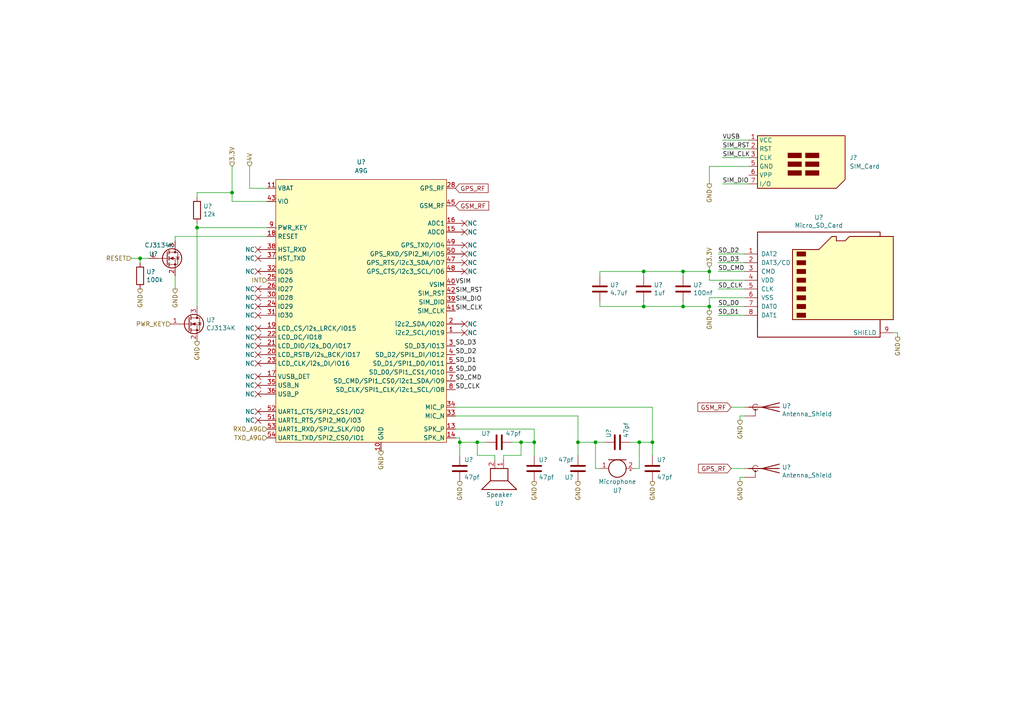
<source format=kicad_sch>
(kicad_sch (version 20211123) (generator eeschema)
  (paper "A4")
  (lib_symbols
    (symbol "B.B-rescue:NC-B.B-eagle-import-B.B-rescue" (pin_names (offset 1.016))
      (symbol "NC-B.B-eagle-import-B.B-rescue_1_0"
        (polyline (pts (xy 1.778 0.889) (xy 2.667 0)))
        (polyline (pts (xy 2.667 0) (xy 1.778 -0.889)))
        (polyline (pts (xy 2.667 0) (xy 3.556 0.889)))
        (polyline (pts (xy 3.556 -0.889) (xy 2.667 0)))
        (pin bidirectional line (at 0 0 0) (length 2.54) (name "NC") (number "1"))
      )
    )
    (symbol "Connector:Micro_SD_Card" (pin_names (offset 1.016))
      (property "Reference" "J" (at -16.51 15.24 0))
      (property "Value" "Micro_SD_Card" (at 16.51 15.24 0))
      (symbol "Micro_SD_Card_0_1"
        (rectangle (start -7.62 -9.525) (end -5.08 -10.795) (fill (type outline)))
        (rectangle (start -7.62 -6.985) (end -5.08 -8.255) (fill (type outline)))
        (rectangle (start -7.62 -4.445) (end -5.08 -5.715) (fill (type outline)))
        (rectangle (start -7.62 -1.905) (end -5.08 -3.175) (fill (type outline)))
        (rectangle (start -7.62 0.635) (end -5.08 -0.635) (fill (type outline)))
        (rectangle (start -7.62 3.175) (end -5.08 1.905) (fill (type outline)))
        (rectangle (start -7.62 5.715) (end -5.08 4.445) (fill (type outline)))
        (rectangle (start -7.62 8.255) (end -5.08 6.985) (fill (type outline)))
        (polyline (pts (xy 16.51 12.7) (xy 16.51 13.97) (xy -19.05 13.97) (xy -19.05 -16.51) (xy 16.51 -16.51) (xy 16.51 -11.43)) (stroke (width 0.254)))
        (polyline (pts (xy -8.89 -11.43) (xy -8.89 8.89) (xy -1.27 8.89) (xy 2.54 12.7) (xy 3.81 12.7) (xy 3.81 11.43) (xy 6.35 11.43) (xy 7.62 12.7) (xy 20.32 12.7) (xy 20.32 -11.43) (xy -8.89 -11.43)) (stroke (width 0.254)) (fill (type background)))
      )
      (symbol "Micro_SD_Card_1_1"
        (pin bidirectional line (at -22.86 7.62 0) (length 3.81) (name "DAT2") (number "1"))
        (pin bidirectional line (at -22.86 5.08 0) (length 3.81) (name "DAT3/CD") (number "2"))
        (pin input line (at -22.86 2.54 0) (length 3.81) (name "CMD") (number "3"))
        (pin power_in line (at -22.86 0 0) (length 3.81) (name "VDD") (number "4"))
        (pin input line (at -22.86 -2.54 0) (length 3.81) (name "CLK") (number "5"))
        (pin power_in line (at -22.86 -5.08 0) (length 3.81) (name "VSS") (number "6"))
        (pin bidirectional line (at -22.86 -7.62 0) (length 3.81) (name "DAT0") (number "7"))
        (pin bidirectional line (at -22.86 -10.16 0) (length 3.81) (name "DAT1") (number "8"))
        (pin passive line (at 20.32 -15.24 180) (length 3.81) (name "SHIELD") (number "9"))
      )
    )
    (symbol "Connector:SIM_Card"
      (property "Reference" "J" (at -2.54 12.7 0))
      (property "Value" "SIM_Card" (at -1.27 10.16 0))
      (symbol "SIM_Card_0_1"
        (rectangle (start -1.27 -2.54) (end 2.54 -1.27) (stroke (width 0.254)) (fill (type outline)))
        (rectangle (start -1.27 0) (end 2.54 1.27) (stroke (width 0.254)) (fill (type outline)))
        (rectangle (start -1.27 2.54) (end 2.54 3.81) (stroke (width 0.254)) (fill (type outline)))
        (polyline (pts (xy -10.16 8.89) (xy 15.24 8.89) (xy 15.24 -3.81) (xy 12.7 -6.35) (xy -10.16 -6.35) (xy -10.16 8.89)) (stroke (width 0.254)) (fill (type background)))
        (rectangle (start 3.81 -1.27) (end 7.62 -2.54) (stroke (width 0.254)) (fill (type outline)))
        (rectangle (start 3.81 0) (end 7.62 1.27) (stroke (width 0.254)) (fill (type outline)))
        (rectangle (start 3.81 2.54) (end 7.62 3.81) (stroke (width 0.254)) (fill (type outline)))
      )
      (symbol "SIM_Card_1_1"
        (pin power_in line (at -12.7 7.62 0) (length 2.54) (name "VCC") (number "1"))
        (pin input line (at -12.7 5.08 0) (length 2.54) (name "RST") (number "2"))
        (pin input line (at -12.7 2.54 0) (length 2.54) (name "CLK") (number "3"))
        (pin power_in line (at -12.7 0 0) (length 2.54) (name "GND") (number "5"))
        (pin input line (at -12.7 -2.54 0) (length 2.54) (name "VPP") (number "6"))
        (pin bidirectional line (at -12.7 -5.08 0) (length 2.54) (name "I/O") (number "7"))
      )
    )
    (symbol "Device:Antenna_Shield" (pin_numbers hide) (pin_names (offset 1.016) hide)
      (property "Reference" "AE" (at -1.905 4.445 0))
      (property "Value" "Antenna_Shield" (at -1.905 2.54 0))
      (symbol "Antenna_Shield_0_1"
        (arc (start -0.508 -1.143) (mid -0.8429 -2.1194) (end 0 -2.667))
        (arc (start 0 -2.667) (mid 0.7989 -2.1052) (end 0.508 -1.143))
        (polyline (pts (xy 0 -2.54) (xy 0 0)))
        (polyline (pts (xy 0 5.08) (xy 0 -3.81)) (stroke (width 0.254)))
        (polyline (pts (xy 0.762 -1.905) (xy 2.54 -1.905)))
        (polyline (pts (xy 2.54 -2.54) (xy 2.54 -1.905)))
        (polyline (pts (xy 1.27 5.08) (xy 0 0) (xy -1.27 5.08)) (stroke (width 0.254)))
        (circle (center 0.762 -1.905) (radius 0.1778) (fill (type outline)))
      )
      (symbol "Antenna_Shield_1_1"
        (pin input line (at 0 -5.08 90) (length 2.54) (name "A") (number "1"))
        (pin input line (at 2.54 -5.08 90) (length 2.54) (name "Shield") (number "2"))
      )
    )
    (symbol "Device:C" (pin_numbers hide) (pin_names (offset 0.254))
      (property "Reference" "C" (at 0.635 2.54 0))
      (property "Value" "C" (at 0.635 -2.54 0))
      (symbol "C_0_1"
        (polyline (pts (xy -2.032 -0.762) (xy 2.032 -0.762)) (stroke (width 0.508)))
        (polyline (pts (xy -2.032 0.762) (xy 2.032 0.762)) (stroke (width 0.508)))
      )
      (symbol "C_1_1"
        (pin passive line (at 0 3.81 270) (length 2.794) (name "~") (number "1"))
        (pin passive line (at 0 -3.81 90) (length 2.794) (name "~") (number "2"))
      )
    )
    (symbol "Device:Microphone" (pin_names (offset 0.0254) hide)
      (property "Reference" "MK" (at -3.81 1.27 0))
      (property "Value" "Microphone" (at -3.81 -0.635 0))
      (symbol "Microphone_0_1"
        (polyline (pts (xy -2.54 2.54) (xy -2.54 -2.54)) (stroke (width 0.254)))
        (polyline (pts (xy 0.254 3.81) (xy 0.762 3.81)))
        (polyline (pts (xy 0.508 4.064) (xy 0.508 3.556)))
        (circle (center 0 0) (radius 2.54) (stroke (width 0.254)))
      )
      (symbol "Microphone_1_1"
        (pin passive line (at 0 -5.08 90) (length 2.54) (name "-") (number "1"))
        (pin passive line (at 0 5.08 270) (length 2.54) (name "+") (number "2"))
      )
    )
    (symbol "Device:R" (pin_numbers hide) (pin_names (offset 0))
      (property "Reference" "R" (at 2.032 0 90))
      (property "Value" "R" (at 0 0 90))
      (symbol "R_0_1"
        (rectangle (start -1.016 -2.54) (end 1.016 2.54) (stroke (width 0.254)))
      )
      (symbol "R_1_1"
        (pin passive line (at 0 3.81 270) (length 1.27) (name "~") (number "1"))
        (pin passive line (at 0 -3.81 90) (length 1.27) (name "~") (number "2"))
      )
    )
    (symbol "Device:Speaker" (pin_names (offset 0) hide)
      (property "Reference" "LS" (at 1.27 5.715 0))
      (property "Value" "Speaker" (at 1.27 3.81 0))
      (symbol "Speaker_0_0"
        (rectangle (start -2.54 1.27) (end 1.016 -3.81) (stroke (width 0.254)))
        (polyline (pts (xy 1.016 1.27) (xy 3.556 3.81) (xy 3.556 -6.35) (xy 1.016 -3.81)) (stroke (width 0.254)))
      )
      (symbol "Speaker_1_1"
        (pin input line (at -5.08 0 0) (length 2.54) (name "1") (number "1"))
        (pin input line (at -5.08 -2.54 0) (length 2.54) (name "2") (number "2"))
      )
    )
    (symbol "RB3203-Lib:A9G"
      (property "Reference" "U" (at 0 3.81 0))
      (property "Value" "A9G" (at 0 1.27 0))
      (symbol "A9G_0_1"
        (rectangle (start 25.4 -76.2) (end -24.13 0) (fill (type background)))
      )
      (symbol "A9G_1_1"
        (pin bidirectional line (at 27.94 -44.45 180) (length 2.54) (name "i2c2_SCL/IO19") (number "1"))
        (pin power_in line (at 6.35 -78.74 90) (length 2.54) (name "GND") (number "10"))
        (pin power_in line (at -26.67 -2.54 0) (length 2.54) (name "VBAT") (number "11"))
        (pin power_in line (at -26.67 -2.54 0) (length 2.54) hide (name "vbat") (number "12"))
        (pin output line (at 27.94 -72.39 180) (length 2.54) (name "SPK_P") (number "13"))
        (pin output line (at 27.94 -74.93 180) (length 2.54) (name "SPK_N") (number "14"))
        (pin input line (at 27.94 -15.24 180) (length 2.54) (name "ADC0") (number "15"))
        (pin input line (at 27.94 -12.7 180) (length 2.54) (name "ADC1") (number "16"))
        (pin power_in line (at -26.67 -57.15 0) (length 2.54) (name "VUSB_DET") (number "17"))
        (pin input line (at -26.67 -16.51 0) (length 2.54) (name "RESET") (number "18"))
        (pin bidirectional line (at -26.67 -43.18 0) (length 2.54) (name "LCD_CS/i2s_LRCK/IO15") (number "19"))
        (pin bidirectional line (at 27.94 -41.91 180) (length 2.54) (name "i2c2_SDA/IO20") (number "2"))
        (pin bidirectional line (at -26.67 -50.8 0) (length 2.54) (name "LCD_RSTB/i2s_BCK/IO17") (number "20"))
        (pin bidirectional line (at -26.67 -48.26 0) (length 2.54) (name "LCD_DIO/i2s_DO/IO17") (number "21"))
        (pin bidirectional line (at -26.67 -45.72 0) (length 2.54) (name "LCD_DC/IO18") (number "22"))
        (pin bidirectional line (at -26.67 -53.34 0) (length 2.54) (name "LCD_CLK/i2s_DI/IO16") (number "23"))
        (pin bidirectional line (at -26.67 -36.83 0) (length 2.54) (name "IO29") (number "24"))
        (pin bidirectional line (at -26.67 -29.21 0) (length 2.54) (name "IO26") (number "25"))
        (pin bidirectional line (at -26.67 -31.75 0) (length 2.54) (name "IO27") (number "26"))
        (pin power_in line (at 6.35 -78.74 90) (length 2.54) hide (name "gnd") (number "27"))
        (pin input line (at 27.94 -2.54 180) (length 2.54) (name "GPS_RF") (number "28"))
        (pin power_in line (at 6.35 -78.74 90) (length 2.54) hide (name "gnd") (number "29"))
        (pin bidirectional line (at 27.94 -48.26 180) (length 2.54) (name "SD_D3/IO13") (number "3"))
        (pin bidirectional line (at -26.67 -34.29 0) (length 2.54) (name "IO28") (number "30"))
        (pin bidirectional line (at -26.67 -39.37 0) (length 2.54) (name "IO30") (number "31"))
        (pin bidirectional line (at -26.67 -26.67 0) (length 2.54) (name "IO25") (number "32"))
        (pin input line (at 27.94 -68.58 180) (length 2.54) (name "MIC_N") (number "33"))
        (pin input line (at 27.94 -66.04 180) (length 2.54) (name "MIC_P") (number "34"))
        (pin bidirectional line (at -26.67 -59.69 0) (length 2.54) (name "USB_N") (number "35"))
        (pin bidirectional line (at -26.67 -62.23 0) (length 2.54) (name "USB_P") (number "36"))
        (pin output line (at -26.67 -22.86 0) (length 2.54) (name "HST_TXD") (number "37"))
        (pin input line (at -26.67 -20.32 0) (length 2.54) (name "HST_RXD") (number "38"))
        (pin bidirectional line (at 27.94 -35.56 180) (length 2.54) (name "SIM_DIO") (number "39"))
        (pin bidirectional line (at 27.94 -50.8 180) (length 2.54) (name "SD_D2/SPI1_DI/IO12") (number "4"))
        (pin power_out line (at 27.94 -30.48 180) (length 2.54) (name "VSIM") (number "40"))
        (pin output line (at 27.94 -38.1 180) (length 2.54) (name "SIM_CLK") (number "41"))
        (pin output line (at 27.94 -33.02 180) (length 2.54) (name "SIM_RST") (number "42"))
        (pin power_in line (at -26.67 -6.35 0) (length 2.54) (name "VIO") (number "43"))
        (pin power_in line (at 6.35 -78.74 90) (length 2.54) hide (name "gnd") (number "44"))
        (pin input line (at 27.94 -7.62 180) (length 2.54) (name "GSM_RF") (number "45"))
        (pin power_in line (at 6.35 -78.74 90) (length 2.54) hide (name "gnd") (number "46"))
        (pin bidirectional line (at 27.94 -24.13 180) (length 2.54) (name "GPS_RTS/i2c3_SDA/IO7") (number "47"))
        (pin bidirectional line (at 27.94 -26.67 180) (length 2.54) (name "GPS_CTS/i2c3_SCL/IO6") (number "48"))
        (pin bidirectional line (at 27.94 -19.05 180) (length 2.54) (name "GPS_TXD/IO4") (number "49"))
        (pin bidirectional line (at 27.94 -53.34 180) (length 2.54) (name "SD_D1/SPI1_DO/IO11") (number "5"))
        (pin bidirectional line (at 27.94 -21.59 180) (length 2.54) (name "GPS_RXD/SPI2_MI/IO5") (number "50"))
        (pin bidirectional line (at -26.67 -69.85 0) (length 2.54) (name "UART1_RTS/SPI2_MO/IO3") (number "51"))
        (pin bidirectional line (at -26.67 -67.31 0) (length 2.54) (name "UART1_CTS/SPI2_CS1/IO2") (number "52"))
        (pin bidirectional line (at -26.67 -72.39 0) (length 2.54) (name "UART1_RXD/SPI2_SLK/IO0") (number "53"))
        (pin bidirectional line (at -26.67 -74.93 0) (length 2.54) (name "UART1_TXD/SPI2_CS0/IO1") (number "54"))
        (pin power_in line (at 6.35 -78.74 90) (length 2.54) hide (name "gnd") (number "55"))
        (pin power_in line (at 6.35 -78.74 90) (length 2.54) hide (name "gnd") (number "56"))
        (pin bidirectional line (at 27.94 -55.88 180) (length 2.54) (name "SD_D0/SPI1_CS1/IO10") (number "6"))
        (pin bidirectional line (at 27.94 -58.42 180) (length 2.54) (name "SD_CMD/SPI1_CS0/i2c1_SDA/IO9") (number "7"))
        (pin bidirectional line (at 27.94 -60.96 180) (length 2.54) (name "SD_CLK/SPI1_CLK/i2c1_SCL/IO8") (number "8"))
        (pin input line (at -26.67 -13.97 0) (length 2.54) (name "PWR_KEY") (number "9"))
      )
    )
    (symbol "Transistor_FET:2N7002" (pin_names hide)
      (property "Reference" "Q" (at 5.08 1.905 0))
      (property "Value" "2N7002" (at 5.08 0 0))
      (symbol "2N7002_0_1"
        (polyline (pts (xy 0.254 0) (xy -2.54 0)))
        (polyline (pts (xy 0.254 1.905) (xy 0.254 -1.905)) (stroke (width 0.254)))
        (polyline (pts (xy 0.762 -1.27) (xy 0.762 -2.286)) (stroke (width 0.254)))
        (polyline (pts (xy 0.762 0.508) (xy 0.762 -0.508)) (stroke (width 0.254)))
        (polyline (pts (xy 0.762 2.286) (xy 0.762 1.27)) (stroke (width 0.254)))
        (polyline (pts (xy 2.54 2.54) (xy 2.54 1.778)))
        (polyline (pts (xy 2.54 -2.54) (xy 2.54 0) (xy 0.762 0)))
        (polyline (pts (xy 0.762 -1.778) (xy 3.302 -1.778) (xy 3.302 1.778) (xy 0.762 1.778)))
        (polyline (pts (xy 1.016 0) (xy 2.032 0.381) (xy 2.032 -0.381) (xy 1.016 0)) (fill (type outline)))
        (polyline (pts (xy 2.794 0.508) (xy 2.921 0.381) (xy 3.683 0.381) (xy 3.81 0.254)))
        (polyline (pts (xy 3.302 0.381) (xy 2.921 -0.254) (xy 3.683 -0.254) (xy 3.302 0.381)))
        (circle (center 1.651 0) (radius 2.794) (stroke (width 0.254)))
        (circle (center 2.54 -1.778) (radius 0.254) (fill (type outline)))
        (circle (center 2.54 1.778) (radius 0.254) (fill (type outline)))
      )
      (symbol "2N7002_1_1"
        (pin input line (at -5.08 0 0) (length 2.54) (name "G") (number "1"))
        (pin passive line (at 2.54 -5.08 90) (length 2.54) (name "S") (number "2"))
        (pin passive line (at 2.54 5.08 270) (length 2.54) (name "D") (number "3"))
      )
    )
  )
  (junction (at 205.74 88.9))
  (junction (at 154.94 128.27))
  (junction (at 57.15 66.04))
  (junction (at 172.72 128.27))
  (junction (at 198.12 78.74))
  (junction (at 133.35 128.27))
  (junction (at 40.64 74.93))
  (junction (at 167.64 128.27))
  (junction (at 189.23 128.27))
  (junction (at 205.74 78.74))
  (junction (at 67.31 55.88))
  (junction (at 198.12 88.9))
  (junction (at 185.42 128.27))
  (junction (at 186.69 78.74))
  (junction (at 151.13 128.27))
  (junction (at 138.43 128.27))
  (junction (at 186.69 88.9))
  (wire (pts (xy 154.94 128.27) (xy 154.94 132.08)))
  (wire (pts (xy 260.35 96.52) (xy 259.08 96.52)))
  (wire (pts (xy 50.8 68.58) (xy 77.47 68.58)))
  (wire (pts (xy 173.99 80.01) (xy 173.99 78.74)))
  (wire (pts (xy 167.64 120.65) (xy 167.64 128.27)))
  (wire (pts (xy 186.69 87.63) (xy 186.69 88.9)))
  (wire (pts (xy 40.64 74.93) (xy 40.64 76.2)))
  (wire (pts (xy 185.42 128.27) (xy 182.88 128.27)))
  (wire (pts (xy 208.28 76.2) (xy 215.9 76.2)))
  (wire (pts (xy 184.15 135.89) (xy 185.42 135.89)))
  (wire (pts (xy 205.74 86.36) (xy 205.74 88.9)))
  (wire (pts (xy 146.05 132.08) (xy 151.13 132.08)))
  (wire (pts (xy 208.28 91.44) (xy 215.9 91.44)))
  (wire (pts (xy 186.69 80.01) (xy 186.69 78.74)))
  (wire (pts (xy 57.15 64.77) (xy 57.15 66.04)))
  (wire (pts (xy 214.63 138.43) (xy 214.63 139.7)))
  (wire (pts (xy 185.42 128.27) (xy 189.23 128.27)))
  (wire (pts (xy 143.51 133.35) (xy 143.51 132.08)))
  (wire (pts (xy 186.69 78.74) (xy 198.12 78.74)))
  (wire (pts (xy 205.74 78.74) (xy 205.74 81.28)))
  (wire (pts (xy 205.74 81.28) (xy 215.9 81.28)))
  (wire (pts (xy 189.23 128.27) (xy 189.23 132.08)))
  (wire (pts (xy 50.8 83.82) (xy 50.8 80.01)))
  (wire (pts (xy 133.35 127) (xy 133.35 128.27)))
  (wire (pts (xy 57.15 55.88) (xy 67.31 55.88)))
  (wire (pts (xy 67.31 58.42) (xy 77.47 58.42)))
  (wire (pts (xy 198.12 88.9) (xy 205.74 88.9)))
  (wire (pts (xy 186.69 88.9) (xy 198.12 88.9)))
  (wire (pts (xy 138.43 128.27) (xy 140.97 128.27)))
  (wire (pts (xy 67.31 55.88) (xy 67.31 58.42)))
  (wire (pts (xy 173.99 87.63) (xy 173.99 88.9)))
  (wire (pts (xy 173.99 78.74) (xy 186.69 78.74)))
  (wire (pts (xy 67.31 48.26) (xy 67.31 55.88)))
  (wire (pts (xy 189.23 118.11) (xy 189.23 128.27)))
  (wire (pts (xy 198.12 80.01) (xy 198.12 78.74)))
  (wire (pts (xy 172.72 128.27) (xy 175.26 128.27)))
  (wire (pts (xy 215.9 120.65) (xy 214.63 120.65)))
  (wire (pts (xy 260.35 97.79) (xy 260.35 96.52)))
  (wire (pts (xy 167.64 128.27) (xy 172.72 128.27)))
  (wire (pts (xy 217.17 40.64) (xy 209.55 40.64)))
  (wire (pts (xy 208.28 73.66) (xy 215.9 73.66)))
  (wire (pts (xy 43.18 74.93) (xy 40.64 74.93)))
  (wire (pts (xy 172.72 135.89) (xy 172.72 128.27)))
  (wire (pts (xy 173.99 135.89) (xy 172.72 135.89)))
  (wire (pts (xy 205.74 86.36) (xy 215.9 86.36)))
  (wire (pts (xy 208.28 88.9) (xy 215.9 88.9)))
  (wire (pts (xy 154.94 124.46) (xy 154.94 128.27)))
  (wire (pts (xy 72.39 54.61) (xy 72.39 48.26)))
  (wire (pts (xy 57.15 88.9) (xy 57.15 66.04)))
  (wire (pts (xy 209.55 43.18) (xy 217.17 43.18)))
  (wire (pts (xy 205.74 48.26) (xy 217.17 48.26)))
  (wire (pts (xy 133.35 128.27) (xy 138.43 128.27)))
  (wire (pts (xy 209.55 53.34) (xy 217.17 53.34)))
  (wire (pts (xy 205.74 88.9) (xy 205.74 90.17)))
  (wire (pts (xy 217.17 45.72) (xy 209.55 45.72)))
  (wire (pts (xy 215.9 138.43) (xy 214.63 138.43)))
  (wire (pts (xy 57.15 57.15) (xy 57.15 55.88)))
  (wire (pts (xy 212.09 118.11) (xy 215.9 118.11)))
  (wire (pts (xy 77.47 54.61) (xy 72.39 54.61)))
  (wire (pts (xy 50.8 69.85) (xy 50.8 68.58)))
  (wire (pts (xy 138.43 132.08) (xy 138.43 128.27)))
  (wire (pts (xy 198.12 78.74) (xy 205.74 78.74)))
  (wire (pts (xy 167.64 128.27) (xy 167.64 132.08)))
  (wire (pts (xy 205.74 77.47) (xy 205.74 78.74)))
  (wire (pts (xy 205.74 53.34) (xy 205.74 48.26)))
  (wire (pts (xy 208.28 83.82) (xy 215.9 83.82)))
  (wire (pts (xy 198.12 88.9) (xy 198.12 87.63)))
  (wire (pts (xy 132.08 120.65) (xy 167.64 120.65)))
  (wire (pts (xy 151.13 132.08) (xy 151.13 128.27)))
  (wire (pts (xy 132.08 124.46) (xy 154.94 124.46)))
  (wire (pts (xy 146.05 133.35) (xy 146.05 132.08)))
  (wire (pts (xy 133.35 128.27) (xy 133.35 132.08)))
  (wire (pts (xy 208.28 78.74) (xy 215.9 78.74)))
  (wire (pts (xy 185.42 135.89) (xy 185.42 128.27)))
  (wire (pts (xy 212.09 135.89) (xy 215.9 135.89)))
  (wire (pts (xy 214.63 120.65) (xy 214.63 121.92)))
  (wire (pts (xy 132.08 118.11) (xy 189.23 118.11)))
  (wire (pts (xy 173.99 88.9) (xy 186.69 88.9)))
  (wire (pts (xy 151.13 128.27) (xy 154.94 128.27)))
  (wire (pts (xy 57.15 66.04) (xy 77.47 66.04)))
  (wire (pts (xy 132.08 127) (xy 133.35 127)))
  (wire (pts (xy 40.64 74.93) (xy 38.1 74.93)))
  (wire (pts (xy 143.51 132.08) (xy 138.43 132.08)))
  (wire (pts (xy 151.13 128.27) (xy 148.59 128.27)))
  (label "SD_D1" (at 208.28 91.44 0))
  (label "SD_CMD" (at 132.08 110.49 0))
  (label "SIM_RST" (at 209.55 43.18 0))
  (label "VSIM" (at 132.08 82.55 0))
  (label "SD_D0" (at 132.08 107.95 0))
  (label "SIM_CLK" (at 209.55 45.72 0))
  (label "SD_D1" (at 132.08 105.41 0))
  (label "VUSB" (at 209.55 40.64 0))
  (label "SD_CMD" (at 208.28 78.74 0))
  (label "SD_D3" (at 208.28 76.2 0))
  (label "SD_D0" (at 208.28 88.9 0))
  (label "SD_CLK" (at 208.28 83.82 0))
  (label "SD_D2" (at 132.08 102.87 0))
  (label "SIM_DIO" (at 209.55 53.34 0))
  (label "SD_CLK" (at 132.08 113.03 0))
  (label "SD_D2" (at 208.28 73.66 0))
  (label "SIM_RST" (at 132.08 85.09 0))
  (label "SIM_DIO" (at 132.08 87.63 0))
  (label "SD_D3" (at 132.08 100.33 0))
  (label "SIM_CLK" (at 132.08 90.17 0))
  (global_label "GPS_RF" (shape input) (at 132.08 54.61 0) (property "Intersheet References" "${INTERSHEET_REFS}" (effects hide)))
  (global_label "GSM_RF" (shape input) (at 132.08 59.69 0) (property "Intersheet References" "${INTERSHEET_REFS}" (effects hide)))
  (global_label "GPS_RF" (shape input) (at 212.09 135.89 180) (property "Intersheet References" "${INTERSHEET_REFS}" (effects hide)))
  (global_label "GSM_RF" (shape input) (at 212.09 118.11 180) (property "Intersheet References" "${INTERSHEET_REFS}" (effects hide)))
  (hierarchical_label "GND" (shape output) (at 189.23 139.7 270))
  (hierarchical_label "GND" (shape output) (at 57.15 99.06 270))
  (hierarchical_label "GND" (shape output) (at 205.74 53.34 270))
  (hierarchical_label "GND" (shape output) (at 154.94 139.7 270))
  (hierarchical_label "INT" (shape input) (at 77.47 81.28 180))
  (hierarchical_label "GND" (shape output) (at 260.35 97.79 270))
  (hierarchical_label "GND" (shape output) (at 40.64 83.82 270))
  (hierarchical_label "PWR_KEY" (shape input) (at 49.53 93.98 180))
  (hierarchical_label "GND" (shape output) (at 110.49 130.81 270))
  (hierarchical_label "3.3V" (shape input) (at 205.74 77.47 90))
  (hierarchical_label "GND" (shape output) (at 214.63 139.7 270))
  (hierarchical_label "4V" (shape input) (at 72.39 48.26 90))
  (hierarchical_label "GND" (shape output) (at 50.8 83.82 270))
  (hierarchical_label "RESET" (shape input) (at 38.1 74.93 180))
  (hierarchical_label "GND" (shape output) (at 167.64 139.7 270))
  (hierarchical_label "GND" (shape output) (at 133.35 139.7 270))
  (hierarchical_label "GND" (shape output) (at 205.74 90.17 270))
  (hierarchical_label "GND" (shape output) (at 214.63 121.92 270))
  (hierarchical_label "3.3V" (shape input) (at 67.31 48.26 90))
  (hierarchical_label "TXD_A9G" (shape input) (at 77.47 127 180))
  (hierarchical_label "RXD_A9G" (shape input) (at 77.47 124.46 180))
  (symbol (lib_id "Device:C") (at 167.64 135.89 0) (unit 1)
    (property "Reference" "U?" (at 166.37 138.43 0) (effects (justify right)))
    (property "Value" "47pf" (at 166.37 133.35 0) (effects (justify right)))
    (property "Footprint" "Capacitor_SMD:C_0402_1005Metric" (effects hide))
    (property "LCSC" "C1567" (effects hide))
  )
  (symbol (lib_id "B.B-rescue:NC-B.B-eagle-import-B.B-rescue") (at 77.47 88.9 180) (unit 1)
    (property "Reference" "U?" (effects hide))
    (property "Value" "NC" (effects hide))
  )
  (symbol (lib_id "B.B-rescue:NC-B.B-eagle-import-B.B-rescue") (at 132.08 64.77 0) (unit 1)
    (property "Reference" "U?" (effects hide))
    (property "Value" "NC" (effects hide))
  )
  (symbol (lib_id "Device:C") (at 173.99 83.82 0) (unit 1)
    (property "Reference" "U?" (at 176.911 82.6516 0) (effects (justify left)))
    (property "Value" "4.7uf" (at 176.911 84.963 0) (effects (justify left)))
    (property "Footprint" "Capacitor_SMD:C_0603_1608Metric" (effects hide))
    (property "LCSC" "C19666" (effects hide))
  )
  (symbol (lib_id "Device:C") (at 179.07 128.27 270) (unit 1)
    (property "Reference" "U?" (at 176.53 127 0) (effects (justify right)))
    (property "Value" "47pf" (at 181.61 127 0) (effects (justify right)))
    (property "Footprint" "Capacitor_SMD:C_0402_1005Metric" (effects hide))
    (property "LCSC" "C1567" (effects hide))
  )
  (symbol (lib_id "B.B-rescue:NC-B.B-eagle-import-B.B-rescue") (at 77.47 86.36 180) (unit 1)
    (property "Reference" "U?" (effects hide))
    (property "Value" "NC" (effects hide))
  )
  (symbol (lib_id "B.B-rescue:NC-B.B-eagle-import-B.B-rescue") (at 77.47 111.76 180) (unit 1)
    (property "Reference" "U?" (effects hide))
    (property "Value" "NC" (effects hide))
  )
  (symbol (lib_id "B.B-rescue:NC-B.B-eagle-import-B.B-rescue") (at 132.08 67.31 0) (unit 1)
    (property "Reference" "U?" (effects hide))
    (property "Value" "NC" (effects hide))
  )
  (symbol (lib_id "Device:C") (at 144.78 128.27 270) (unit 1)
    (property "Reference" "U?" (at 142.24 125.73 90) (effects (justify right)))
    (property "Value" "47pf" (at 151.13 125.73 90) (effects (justify right)))
    (property "Footprint" "Capacitor_SMD:C_0402_1005Metric" (effects hide))
    (property "LCSC" "C1567" (effects hide))
  )
  (symbol (lib_id "B.B-rescue:NC-B.B-eagle-import-B.B-rescue") (at 77.47 78.74 180) (unit 1)
    (property "Reference" "U?" (effects hide))
    (property "Value" "NC" (effects hide))
  )
  (symbol (lib_id "Device:Antenna_Shield") (at 220.98 135.89 270) (unit 1)
    (property "Reference" "U?" (at 226.822 135.5344 90) (effects (justify left)))
    (property "Value" "Antenna_Shield" (at 226.822 137.8458 90) (effects (justify left)))
    (property "Footprint" "BB:conn_antena" (effects hide))
    (property "Datasheet" "https://www.tme.eu/Document/d46c3f1e9079b746ab5b0150e317b23f/U.FL-R-SMT-1-10.pdf" (effects hide))
    (property "poznamka" "v0.2 = konektor později přímo anténa" (effects hide))
  )
  (symbol (lib_id "B.B-rescue:NC-B.B-eagle-import-B.B-rescue") (at 132.08 96.52 0) (unit 1)
    (property "Reference" "U?" (effects hide))
    (property "Value" "NC" (effects hide))
  )
  (symbol (lib_id "Device:Speaker") (at 146.05 138.43 270) (unit 1)
    (property "Reference" "U?" (at 143.51 146.05 90) (effects (justify left)))
    (property "Value" "Speaker" (at 140.97 143.51 90) (effects (justify left)))
    (property "Footprint" "Connector_PinHeader_2.54mm:PinHeader_1x02_P2.54mm_Vertical" (effects hide))
  )
  (symbol (lib_id "Transistor_FET:2N7002") (at 48.26 74.93 0) (unit 1)
    (property "Reference" "U?" (at 43.18 73.66 0) (effects (justify left)))
    (property "Value" "CJ3134K" (at 41.91 71.12 0) (effects (justify left)))
    (property "Footprint" "Package_TO_SOT_SMD:SOT-23" (effects hide))
    (property "Datasheet" "https://datasheet.lcsc.com/szlcsc/Changjiang-Electronics-Tech-CJ-CJ3134K_C110100.pdf" (effects hide))
    (property "LCSC" "C110100" (effects hide))
    (property "poznamka" "nutno vyměnit (musí být ->  Vgs-min>1.6V)" (effects hide))
  )
  (symbol (lib_id "B.B-rescue:NC-B.B-eagle-import-B.B-rescue") (at 77.47 97.79 180) (unit 1)
    (property "Reference" "U?" (effects hide))
    (property "Value" "NC" (effects hide))
  )
  (symbol (lib_id "B.B-rescue:NC-B.B-eagle-import-B.B-rescue") (at 77.47 121.92 180) (unit 1)
    (property "Reference" "U?" (effects hide))
    (property "Value" "NC" (effects hide))
  )
  (symbol (lib_id "Device:Microphone") (at 179.07 135.89 270) (unit 1)
    (property "Reference" "U?" (at 179.07 142.24 90))
    (property "Value" "Microphone" (at 179.07 139.7 90))
    (property "Footprint" "Connector_PinHeader_2.54mm:PinHeader_1x02_P2.54mm_Vertical" (effects hide))
  )
  (symbol (lib_id "Device:C") (at 154.94 135.89 180) (unit 1)
    (property "Reference" "U?" (at 156.21 133.35 0) (effects (justify right)))
    (property "Value" "47pf" (at 156.21 138.43 0) (effects (justify right)))
    (property "Footprint" "Capacitor_SMD:C_0402_1005Metric" (effects hide))
    (property "LCSC" "C1567" (effects hide))
  )
  (symbol (lib_id "B.B-rescue:NC-B.B-eagle-import-B.B-rescue") (at 77.47 109.22 180) (unit 1)
    (property "Reference" "U?" (effects hide))
    (property "Value" "NC" (effects hide))
  )
  (symbol (lib_id "B.B-rescue:NC-B.B-eagle-import-B.B-rescue") (at 132.08 76.2 0) (unit 1)
    (property "Reference" "U?" (effects hide))
    (property "Value" "NC" (effects hide))
  )
  (symbol (lib_id "Transistor_FET:2N7002") (at 54.61 93.98 0) (unit 1)
    (property "Reference" "U?" (at 59.7916 92.8116 0) (effects (justify left)))
    (property "Value" "CJ3134K" (at 59.7916 95.123 0) (effects (justify left)))
    (property "Footprint" "Package_TO_SOT_SMD:SOT-23" (effects hide))
    (property "Datasheet" "https://datasheet.lcsc.com/szlcsc/Changjiang-Electronics-Tech-CJ-CJ3134K_C110100.pdf" (effects hide))
    (property "LCSC" "C110100" (effects hide))
    (property "poznamka" "nutno vyměnit (musí být ->  Vgs-min>1.6V)" (effects hide))
  )
  (symbol (lib_id "Device:R") (at 40.64 80.01 0) (unit 1)
    (property "Reference" "U?" (at 42.418 78.8416 0) (effects (justify left)))
    (property "Value" "100k" (at 42.418 81.153 0) (effects (justify left)))
    (property "Footprint" "Resistor_SMD:R_0402_1005Metric" (effects hide))
    (property "LCSC" "C25741" (effects hide))
  )
  (symbol (lib_id "Device:C") (at 133.35 135.89 180) (unit 1)
    (property "Reference" "U?" (at 134.62 133.35 0) (effects (justify right)))
    (property "Value" "47pf" (at 134.62 138.43 0) (effects (justify right)))
    (property "Footprint" "Capacitor_SMD:C_0402_1005Metric" (effects hide))
    (property "LCSC" "C1567" (effects hide))
  )
  (symbol (lib_id "B.B-rescue:NC-B.B-eagle-import-B.B-rescue") (at 77.47 95.25 180) (unit 1)
    (property "Reference" "U?" (effects hide))
    (property "Value" "NC" (effects hide))
  )
  (symbol (lib_id "B.B-rescue:NC-B.B-eagle-import-B.B-rescue") (at 77.47 100.33 180) (unit 1)
    (property "Reference" "U?" (effects hide))
    (property "Value" "NC" (effects hide))
  )
  (symbol (lib_id "Device:C") (at 189.23 135.89 180) (unit 1)
    (property "Reference" "U?" (at 190.5 133.35 0) (effects (justify right)))
    (property "Value" "47pf" (at 190.5 138.43 0) (effects (justify right)))
    (property "Footprint" "Capacitor_SMD:C_0402_1005Metric" (effects hide))
    (property "LCSC" "C1567" (effects hide))
  )
  (symbol (lib_id "B.B-rescue:NC-B.B-eagle-import-B.B-rescue") (at 132.08 73.66 0) (unit 1)
    (property "Reference" "U?" (effects hide))
    (property "Value" "NC" (effects hide))
  )
  (symbol (lib_id "B.B-rescue:NC-B.B-eagle-import-B.B-rescue") (at 77.47 114.3 180) (unit 1)
    (property "Reference" "U?" (effects hide))
    (property "Value" "NC" (effects hide))
  )
  (symbol (lib_id "B.B-rescue:NC-B.B-eagle-import-B.B-rescue") (at 77.47 91.44 180) (unit 1)
    (property "Reference" "U?" (effects hide))
    (property "Value" "NC" (effects hide))
  )
  (symbol (lib_id "Device:C") (at 198.12 83.82 0) (unit 1)
    (property "Reference" "U?" (at 201.041 82.6516 0) (effects (justify left)))
    (property "Value" "100nf" (at 201.041 84.963 0) (effects (justify left)))
    (property "Footprint" "Capacitor_SMD:C_0603_1608Metric" (effects hide))
    (property "LCSC" "C57112" (effects hide))
  )
  (symbol (lib_id "B.B-rescue:NC-B.B-eagle-import-B.B-rescue") (at 132.08 93.98 0) (unit 1)
    (property "Reference" "U?" (effects hide))
    (property "Value" "NC" (effects hide))
  )
  (symbol (lib_id "B.B-rescue:NC-B.B-eagle-import-B.B-rescue") (at 77.47 83.82 180) (unit 1)
    (property "Reference" "U?" (effects hide))
    (property "Value" "NC" (effects hide))
  )
  (symbol (lib_id "B.B-rescue:NC-B.B-eagle-import-B.B-rescue") (at 132.08 78.74 0) (unit 1)
    (property "Reference" "U?" (effects hide))
    (property "Value" "NC" (effects hide))
  )
  (symbol (lib_id "Connector:SIM_Card") (at 229.87 48.26 0) (unit 1)
    (property "Reference" "J?" (at 246.38 45.7199 0) (effects (justify left)))
    (property "Value" "SIM_Card" (at 246.38 48.2599 0) (effects (justify left)))
    (property "Footprint" "RB3203-Lib:SIM" (effects hide))
    (property "Datasheet" " ~" (effects hide))
  )
  (symbol (lib_id "RB3203-Lib:A9G") (at 104.14 52.07 0) (unit 1)
    (property "Reference" "U?" (at 104.775 46.99 0))
    (property "Value" "A9G" (at 104.775 49.53 0))
  )
  (symbol (lib_id "B.B-rescue:NC-B.B-eagle-import-B.B-rescue") (at 77.47 102.87 180) (unit 1)
    (property "Reference" "U?" (effects hide))
    (property "Value" "NC" (effects hide))
  )
  (symbol (lib_id "Device:Antenna_Shield") (at 220.98 118.11 270) (unit 1)
    (property "Reference" "U?" (at 226.822 117.7544 90) (effects (justify left)))
    (property "Value" "Antenna_Shield" (at 226.822 120.0658 90) (effects (justify left)))
    (property "Footprint" "BB:conn_antena" (effects hide))
    (property "Datasheet" "https://www.tme.eu/Document/d46c3f1e9079b746ab5b0150e317b23f/U.FL-R-SMT-1-10.pdf" (effects hide))
    (property "poznamka" "v0.2 = konektor později přímo anténa" (effects hide))
  )
  (symbol (lib_id "B.B-rescue:NC-B.B-eagle-import-B.B-rescue") (at 77.47 74.93 180) (unit 1)
    (property "Reference" "U?" (effects hide))
    (property "Value" "NC" (effects hide))
  )
  (symbol (lib_id "B.B-rescue:NC-B.B-eagle-import-B.B-rescue") (at 77.47 119.38 180) (unit 1)
    (property "Reference" "U?" (effects hide))
    (property "Value" "NC" (effects hide))
  )
  (symbol (lib_id "Device:C") (at 186.69 83.82 0) (unit 1)
    (property "Reference" "U?" (at 189.611 82.6516 0) (effects (justify left)))
    (property "Value" "1uf" (at 189.611 84.963 0) (effects (justify left)))
    (property "Footprint" "Capacitor_SMD:C_0603_1608Metric" (effects hide))
    (property "LCSC" "C15849" (effects hide))
  )
  (symbol (lib_id "Device:R") (at 57.15 60.96 0) (unit 1)
    (property "Reference" "U?" (at 58.928 59.7916 0) (effects (justify left)))
    (property "Value" "12k" (at 58.928 62.103 0) (effects (justify left)))
    (property "Footprint" "Resistor_SMD:R_0402_1005Metric" (effects hide))
    (property "LCSC" "C25752" (effects hide))
  )
  (symbol (lib_id "B.B-rescue:NC-B.B-eagle-import-B.B-rescue") (at 77.47 72.39 180) (unit 1)
    (property "Reference" "U?" (effects hide))
    (property "Value" "NC" (effects hide))
  )
  (symbol (lib_id "Connector:Micro_SD_Card") (at 238.76 81.28 0) (unit 1)
    (property "Reference" "U?" (at 237.49 63.0682 0))
    (property "Value" "Micro_SD_Card" (at 237.49 65.3796 0))
    (property "Footprint" "BB:micro-SD" (effects hide))
    (property "Datasheet" "https://www.tme.eu/Document/5f9a5d03c5c83aa9fa1dbd4994c7ccab/MCSP-Q-08-A-SG-DTE.pdf" (effects hide))
  )
  (symbol (lib_id "B.B-rescue:NC-B.B-eagle-import-B.B-rescue") (at 132.08 71.12 0) (unit 1)
    (property "Reference" "U?" (effects hide))
    (property "Value" "NC" (effects hide))
  )
  (symbol (lib_id "B.B-rescue:NC-B.B-eagle-import-B.B-rescue") (at 77.47 105.41 180) (unit 1)
    (property "Reference" "U?" (effects hide))
    (property "Value" "NC" (effects hide))
  )
)
</source>
